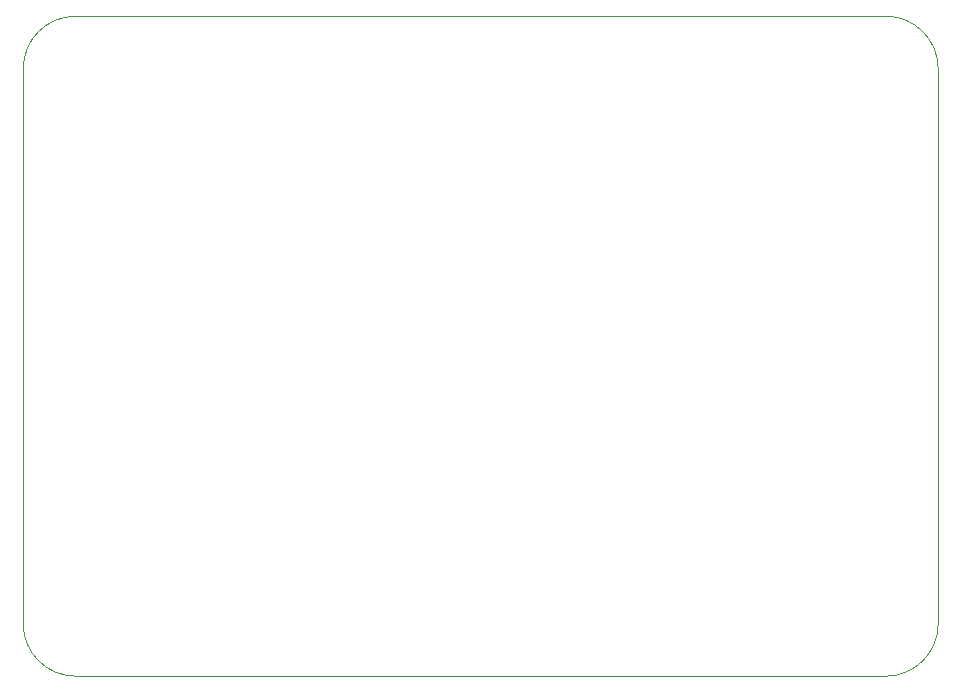
<source format=gm1>
%TF.GenerationSoftware,KiCad,Pcbnew,(6.0.6)*%
%TF.CreationDate,2022-07-17T21:08:35+02:00*%
%TF.ProjectId,esp8266-homenode,65737038-3236-4362-9d68-6f6d656e6f64,rev?*%
%TF.SameCoordinates,Original*%
%TF.FileFunction,Profile,NP*%
%FSLAX46Y46*%
G04 Gerber Fmt 4.6, Leading zero omitted, Abs format (unit mm)*
G04 Created by KiCad (PCBNEW (6.0.6)) date 2022-07-17 21:08:35*
%MOMM*%
%LPD*%
G01*
G04 APERTURE LIST*
%TA.AperFunction,Profile*%
%ADD10C,0.050000*%
%TD*%
G04 APERTURE END LIST*
D10*
X86995000Y-53975000D02*
G75*
G03*
X82550000Y-58420000I-1J-4444999D01*
G01*
X82550000Y-105410000D02*
G75*
G03*
X86995000Y-109855000I4444999J-1D01*
G01*
X155575000Y-109855000D02*
G75*
G03*
X160020000Y-105410000I1J4444999D01*
G01*
X160020000Y-58420000D02*
G75*
G03*
X155575000Y-53975000I-4445000J0D01*
G01*
X125095000Y-109855000D02*
X88900000Y-109855000D01*
X86995000Y-53975000D02*
X155575000Y-53975000D01*
X82550000Y-105410000D02*
X82550000Y-58420000D01*
X88900000Y-109855000D02*
X86995000Y-109855000D01*
X160020000Y-58420000D02*
X160020000Y-105410000D01*
X155575000Y-109855000D02*
X125095000Y-109855000D01*
M02*

</source>
